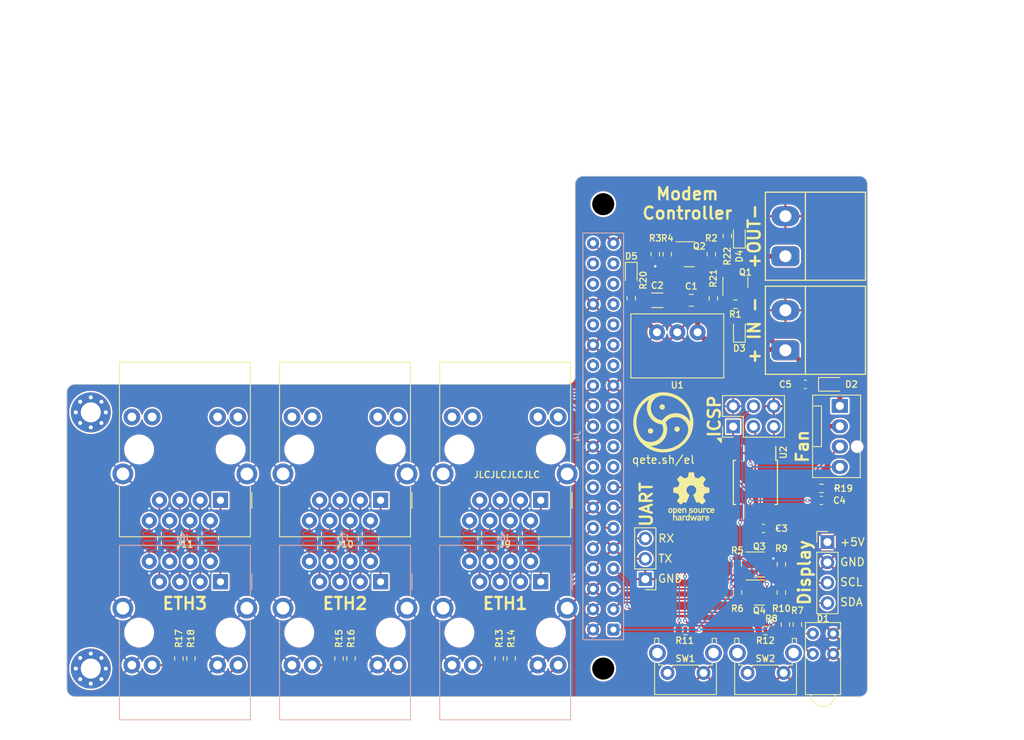
<source format=kicad_pcb>
(kicad_pcb (version 20221018) (generator pcbnew)
  (layers (0 "F.Cu" signal) (31 "B.Cu" signal) (34 "B.Paste" user) (35 "F.Paste" user) (36 "B.SilkS" user "B.Silkscreen") (37 "F.SilkS" user "F.Silkscreen") (38 "B.Mask" user) (39 "F.Mask" user) (44 "Edge.Cuts" user))
  (net 0 "")
  (net 1 "GND")
  (net 2 "+3V3")
  (net 3 "+5V")
  (net 4 "/SDA_3V3")
  (net 5 "/SCL_3V3")
  (net 6 "/ACT_LED")
  (net 7 "/SCL_5V")
  (net 8 "/SDA_5V")
  (net 9 "+12V")
  (net 10 "/Fan-Controller/Tacho")
  (net 11 "/TX")
  (net 12 "/ModemPower")
  (net 13 "/12Vout")
  (net 14 "/SW_Pi")
  (net 15 "/SW_Modem")
  (net 16 "/RX")
  (net 17 "/Fan-Controller/Reset")
  (net 18 "/Fan-Controller/PWM")
  (net 20 "/ETH1_8")
  (net 21 "/ETH1_7")
  (net 22 "/ETH1_6")
  (net 23 "/ETH1_5")
  (net 24 "/ETH1_4")
  (net 25 "/ETH1_3")
  (net 26 "/ETH1_2")
  (net 27 "/ETH1_1")
  (net 28 "/ETH2_8")
  (net 29 "/ETH2_7")
  (net 30 "/ETH2_6")
  (net 31 "/ETH2_5")
  (net 32 "/ETH2_4")
  (net 33 "/ETH2_3")
  (net 34 "/ETH2_2")
  (net 35 "/ETH2_1")
  (net 36 "/ETH3_8")
  (net 37 "/ETH3_7")
  (net 38 "/ETH3_6")
  (net 39 "/ETH3_5")
  (net 40 "/ETH3_4")
  (net 41 "/ETH3_3")
  (net 42 "/ETH3_2")
  (net 43 "/ETH3_1")
  (net 44 "/ETH1_LED2")
  (net 45 "/ETH1_LED1")
  (net 46 "/ETH2_LED2")
  (net 47 "/ETH3_LED2")
  (net 48 "/ETH2_LED1")
  (net 49 "/ETH3_LED1")
  (net 50 "Net-(D1-A2)")
  (net 51 "Net-(D1-A1)")
  (net 67 "Net-(J6-Pad12)")
  (net 68 "Net-(J6-Pad10)")
  (net 69 "Net-(J7-Pad12)")
  (net 70 "Net-(J7-Pad10)")
  (net 71 "Net-(J8-Pad12)")
  (net 72 "Net-(J8-Pad10)")
  (net 85 "Net-(Q1-G)")
  (net 86 "Net-(Q2-D)")
  (net 87 "Net-(D3-A)")
  (net 88 "Net-(D4-A)")
  (net 89 "Net-(D5-A)")
  (footprint "Resistor_SMD:R_0603_1608Metric" (layer "F.Cu") (at 185 141.75 180)
    (fp_text reference "R12")
    (fp_text value "10k")
  )
  (footprint "Capacitor_SMD:C_0805_2012Metric" (layer "F.Cu") (at 175.75 100.5 180)
    (fp_text reference "C1")
    (fp_text value "22uF")
  )
  (footprint "Resistor_SMD:R_0603_1608Metric" (layer "F.Cu") (at 131.75 145.25 -90)
    (fp_text reference "R15")
    (fp_text value "680R")
  )
  (footprint "Capacitor_SMD:C_0603_1608Metric" (layer "F.Cu") (at 184.75 129)
    (fp_text reference "C3")
    (fp_text value "100n")
  )
  (footprint "Resistor_SMD:R_0603_1608Metric" (layer "F.Cu") (at 181.25 101 180)
    (fp_text reference "R1")
    (fp_text value "100k")
  )
  (footprint "My_Footprints:CTB9352-2" (layer "F.Cu") (at 187.5 92.5 90)
    (fp_text reference "J2" hide)
    (fp_text value "12VOUT")
  )
  (footprint "Resistor_SMD:R_0603_1608Metric" (layer "F.Cu") (at 178.5 100.25 -90)
    (fp_text reference "R21")
    (fp_text value "4k7")
  )
  (footprint "LED_SMD:LED_0603_1608Metric" (layer "F.Cu") (at 181.75 92.5 90)
    (fp_text reference "D4")
    (fp_text value "12Vout")
  )
  (footprint "Resistor_SMD:R_0603_1608Metric" (layer "F.Cu") (at 133.25 145.25 -90)
    (fp_text reference "R16")
    (fp_text value "680R")
  )
  (footprint "MountingHole:MountingHole_2.5mm_Pad_Via" (layer "F.Cu") (at 100.75 146.5)
    (fp_text reference "REF**" hide)
    (fp_text value "MountingHole_2.5mm_Pad_Via")
  )
  (footprint "Resistor_SMD:R_0603_1608Metric" (layer "F.Cu") (at 187 133.485 -90)
    (fp_text reference "R9")
    (fp_text value "4k7")
  )
  (footprint "Resistor_SMD:R_0603_1608Metric" (layer "F.Cu") (at 181.5 133.5 -90)
    (fp_text reference "R5")
    (fp_text value "4k7")
  )
  (footprint "Resistor_SMD:R_0603_1608Metric" (layer "F.Cu") (at 175 141.75 180)
    (fp_text reference "R11")
    (fp_text value "10k")
  )
  (footprint "Resistor_SMD:R_0603_1608Metric" (layer "F.Cu") (at 151.75 145.25 -90)
    (fp_text reference "R13")
    (fp_text value "680R")
  )
  (footprint "My_Footprints:CTB9352-2" (layer "F.Cu") (at 187.5 104.25 90)
    (fp_text reference "J1" hide)
    (fp_text value "12VIN")
  )
  (footprint "Resistor_SMD:R_0603_1608Metric" (layer "F.Cu") (at 189 141 90)
    (fp_text reference "R7")
    (fp_text value "680R")
  )
  (footprint "Button_Switch_THT:SW_Tactile_SPST_Angled_PTS645Vx83-2LFS" (layer "F.Cu") (at 177.275 147.0375 180)
    (fp_text reference "SW1")
    (fp_text value "SW_Modem")
  )
  (footprint "Resistor_SMD:R_0603_1608Metric" (layer "F.Cu") (at 178.25 94.75 90)
    (fp_text reference "R2")
    (fp_text value "10k")
  )
  (footprint "MountingHole:MountingHole_2.5mm_Pad_Via" (layer "F.Cu") (at 100.75 114.5)
    (fp_text reference "REF**" hide)
    (fp_text value "MountingHole_2.5mm_Pad_Via")
  )
  (footprint "Resistor_SMD:R_0603_1608Metric" (layer "F.Cu") (at 113.25 145.25 -90)
    (fp_text reference "R18")
    (fp_text value "680R")
  )
  (footprint "Package_SO:SOIC-8W_5.3x5.3mm_P1.27mm" (layer "F.Cu") (at 183.75 123.25 -90)
    (fp_text reference "U2")
    (fp_text value "ATtiny85-20SU")
  )
  (footprint "My_Footprints:CutieMark7.5mmInverted" (layer "F.Cu") (at 172.25 115.75)
    (fp_text reference "G***" hide)
    (fp_text value "LOGO" hide)
  )
  (footprint "Resistor_SMD:R_0603_1608Metric" (layer "F.Cu") (at 181.52 137 -90)
    (fp_text reference "R6")
    (fp_text value "4k7")
  )
  (footprint "Resistor_SMD:R_0603_1608Metric" (layer "F.Cu") (at 153.25 145.25 -90)
    (fp_text reference "R14")
    (fp_text value "680R")
  )
  (footprint "Connector_RJ:RJ45C5_R1D_3.2E4G-Y_RL" (layer "F.Cu") (at 136.945 125.485 180)
    (fp_text reference "J10")
    (fp_text value "ETH2_INT")
  )
  (footprint "Resistor_SMD:R_0603_1608Metric" (layer "F.Cu") (at 171.25 94.75 90)
    (fp_text reference "R3")
    (fp_text value "100k")
  )
  (footprint "Resistor_SMD:R_0603_1608Metric" (layer "F.Cu") (at 172.75 94.75 -90)
    (fp_text reference "R4")
    (fp_text value "200k")
  )
  (footprint "My_Footprints:Everlight_Dual_LED_2x3mm" (layer "F.Cu") (at 192.2 149.75)
    (fp_text reference "D1")
    (fp_text value "DualLED")
  )
  (footprint "Connector_PinHeader_2.54mm:PinHeader_1x03_P2.54mm_Vertical" (layer "F.Cu") (at 170 135.33 180)
    (fp_text reference "J3" hide)
    (fp_text value "Serial")
  )
  (footprint "Capacitor_SMD:C_1206_3216Metric" (layer "F.Cu") (at 171.5 100.5)
    (fp_text reference "C2")
    (fp_text value "100uF")
  )
  (footprint "Resistor_SMD:R_0603_1608Metric" (layer "F.Cu") (at 111.75 145.25 -90)
    (fp_text reference "R17")
    (fp_text value "680R")
  )
  (footprint "Package_TO_SOT_SMD:SOT-23" (layer "F.Cu") (at 181.25 98.25 90)
    (fp_text reference "Q1")
    (fp_text value "AO3401A")
  )
  (footprint "Resistor_SMD:R_0603_1608Metric" (layer "F.Cu") (at 180.25 92.5 90)
    (fp_text reference "R22")
    (fp_text value "4k7")
  )
  (footprint "Resistor_SMD:R_0603_1608Metric" (layer "F.Cu") (at 192 124 180)
    (fp_text reference "R19")
    (fp_text value "4k7")
  )
  (footprint "Connector:FanPinHeader_1x04_P2.54mm_Vertical" (layer "F.Cu") (at 194.3 113.7 -90)
    (fp_text reference "M1" hide)
    (fp_text value "Fan")
  )
  (footprint "Button_Switch_THT:SW_Tactile_SPST_Angled_PTS645Vx83-2LFS" (layer "F.Cu") (at 187.275 147.0375 180)
    (fp_text reference "SW2")
    (fp_text value "SW_Pi")
  )
  (footprint "Resistor_SMD:R_0603_1608Metric" (layer "F.Cu") (at 187 137 -90)
    (fp_text reference "R10")
    (fp_text value "4k7")
  )
  (footprint "Capacitor_SMD:C_0603_1608Metric" (layer "F.Cu") (at 192 125.5)
    (fp_text reference "C4")
    (fp_text value "1n")
  )
  (footprint "LED_SMD:LED_0603_1608Metric" (layer "F.Cu") (at 168.25 97.25 -90)
    (fp_text reference "D5")
    (fp_text value "5V")
  )
  (footprint "Resistor_SMD:R_0603_1608Metric" (layer "F.Cu") (at 187.5 141 90)
    (fp_text reference "R8")
    (fp_text value "680R")
  )
  (footprint "Resistor_SMD:R_0603_1608Metric" (layer "F.Cu") (at 168.25 100.25 90)
    (fp_text reference "R20")
    (fp_text value "1k5")
  )
  (footprint "Connector_RJ:RJ45C5_R1D_3.2E4G-Y_RL" (layer "F.Cu") (at 116.945 125.485 180)
    (fp_text reference "J11")
    (fp_text value "ETH3_INT")
  )
  (footprint "Connector_PinHeader_2.54mm:PinHeader_1x04_P2.54mm_Vertical" (layer "F.Cu") (at 192.75 130.7)
    (fp_text reference "J5" hide)
    (fp_text value "Display")
  )
  (footprint "Diode_SMD:D_SOD-323" (layer "F.Cu") (at 193.25 111)
    (fp_text reference "D2")
    (fp_text value "1N5819WS")
  )
  (footprint "Connector_RJ:RJ45C5_R1D_3.2E4G-Y_RL" (layer "F.Cu") (at 156.945 125.485 180)
    (fp_text reference "J9")
    (fp_text value "ETH1_INT")
  )
  (footprint "Package_TO_SOT_SMD:SOT-23" (layer "F.Cu") (at 184.25 137)
    (fp_text reference "Q4")
    (fp_text value "2N7002")
  )
  (footprint "Symbol:OSHW-Logo_5.7x6mm_SilkScreen" (layer "F.Cu") (at 175.75 125)
    (fp_text reference "REF**" hide)
    (fp_text value "OSHW-Logo_5.7x6mm_SilkScreen" hide)
  )
  (footprint "Capacitor_SMD:C_0603_1608Metric" (layer "F.Cu") (at 190 111)
    (fp_text reference "C5")
    (fp_text value "10u")
  )
  (footprint "My_Footprints:Raspberry Pi Universal Footprint" (layer "F.Cu") (at 164.75 117.5 90)
    (fp_text reference "J4")
    (fp_text value "Raspberry_Pi_2_3")
  )
  (footprint "LED_SMD:LED_0603_1608Metric" (layer "F.Cu") (at 181.75 104.25 90)
    (fp_text reference "D3")
    (fp_text value "12in")
  )
  (footprint "Package_TO_SOT_SMD:SOT-23" (layer "F.Cu") (at 184.25 133.5)
    (fp_text reference "Q3")
    (fp_text value "2N7002")
  )
  (footprint "Connector_PinHeader_2.54mm:PinHeader_2x03_P2.54mm_Vertical" (layer "F.Cu") (at 180.975 116.275 90)
    (fp_text reference "J12" hide)
    (fp_text value "AVR-ISP-6")
  )
  (footprint "My_Footprints:LME78_1.0-Series" (layer "F.Cu") (at 174 104.5 180)
    (fp_text reference "U1")
    (fp_text value "LME78_05-2.0")
  )
  (footprint "Package_TO_SOT_SMD:SOT-23" (layer "F.Cu") (at 175.5 94.75)
    (fp_text reference "Q2")
    (fp_text value "2N7002")
  )
  (footprint "Connector_RJ:RJ45C5_R1D_3.2E4G-Y_RL" (layer "B.Cu") (at 116.945 135.655 180)
    (fp_text reference "J8")
    (fp_text value "ETH3_EXT")
  )
  (footprint "Connector_RJ:RJ45C5_R1D_3.2E4G-Y_RL" (layer "B.Cu") (at 136.945 135.655 180)
    (fp_text reference "J7")
    (fp_text value "ETH2_EXT")
  )
  (footprint "Connector_RJ:RJ45C5_R1D_3.2E4G-Y_RL" (layer "B.Cu") (at 156.945 135.655 180)
    (fp_text reference "J6")
    (fp_text value "ETH1_EXT")
  )
  (gr_poly (pts (xy 179.5 117.75) (xy 179 117.75) (xy 179.5 118.25)) (stroke (width 0.15)) (fill solid) (layer "F.SilkS"))
  (gr_arc (start 196.75 85) (mid 197.457107 85.292893) (end 197.75 86) (stroke (width 0.1)) (layer "Edge.Cuts"))
  (gr_arc (start 161.25 86) (mid 161.542893 85.292893) (end 162.25 85) (stroke (width 0.1)) (layer "Edge.Cuts"))
  (gr_line (start 196.75 85) (end 162.25 85) (stroke (width 0.1)) (layer "Edge.Cuts"))
  (gr_arc (start 97.75 112) (mid 98.042893 111.292893) (end 98.75 111) (stroke (width 0.1)) (layer "Edge.Cuts"))
  (gr_arc (start 98.75 150) (mid 98.042893 149.707107) (end 97.75 149) (stroke (width 0.1)) (layer "Edge.Cuts"))
  (gr_line (start 97.75 149) (end 97.75 112) (stroke (width 0.1)) (layer "Edge.Cuts"))
  (gr_line (start 196.75 150) (end 98.75 150) (stroke (width 0.1)) (layer "Edge.Cuts"))
  (gr_arc (start 161.25 110) (mid 160.957107 110.707107) (end 160.25 111) (stroke (width 0.1)) (layer "Edge.Cuts"))
  (gr_line (start 98.75 111) (end 160.25 111) (stroke (width 0.1)) (layer "Edge.Cuts"))
  (gr_line (start 161.25 86) (end 161.25 110) (stroke (width 0.1)) (layer "Edge.Cuts"))
  (gr_arc (start 197.75 149) (mid 197.457107 149.707107) (end 196.75 150) (stroke (width 0.1)) (layer "Edge.Cuts"))
  (gr_line (start 197.75 149) (end 197.75 86) (stroke (width 0.1)) (layer "Edge.Cuts"))
  (gr_text "ETH2" (at 132.5 139.25) (layer "F.SilkS") (effects (font (size 1.5 1.5) (thickness 0.3) bold) (justify bottom)))
  (gr_text "+OUT-" (at 184.48 92.52 90) (layer "F.SilkS") (effects (font (size 1.5 1.5) (thickness 0.3) bold) (justify bottom)))
  (gr_text "GND" (at 194.25 133.2) (layer "F.SilkS") (effects (font (size 1 1)) (justify left)))
  (gr_text "Fan" (at 190.5 118.75 90) (layer "F.SilkS") (effects (font (size 1.5 1.5) (thickness 0.3) bold) (justify bottom)))
  (gr_text "Modem\nController" (at 175.25 90.5) (layer "F.SilkS") (effects (font (size 1.5 1.5) (thickness 0.3) bold) (justify bottom)))
  (gr_text "GND" (at 171.5 135.26) (layer "F.SilkS") (effects (font (size 1 1)) (justify left)))
  (gr_text "qete.sh/el" (at 172.25 121) (layer "F.SilkS") (effects (font (size 1 1)) (justify bottom)))
  (gr_text "Display" (at 190.75 134.5 90) (layer "F.SilkS") (effects (font (size 1.5 1.5) (thickness 0.3) bold) (justify bottom)))
  (gr_text "SCL" (at 194.25 135.7) (layer "F.SilkS") (effects (font (size 1 1)) (justify left)))
  (gr_text "RX" (at 171.54 130.25) (layer "F.SilkS") (effects (font (size 1 1)) (justify left)))
  (gr_text "SDA" (at 194.25 138.2) (layer "F.SilkS") (effects (font (size 1 1)) (justify left)))
  (gr_text "+ IN -" (at 184.48 104.27 90) (layer "F.SilkS") (effects (font (size 1.5 1.5) (thickness 0.3) bold) (justify bottom)))
  (gr_text "JLCJLCJLCJLC" (at 148.5 122.75) (layer "F.SilkS") (effects (font (size 0.8 0.8)) (justify left bottom)))
  (gr_text "+5V" (at 194.25 130.7) (layer "F.SilkS") (effects (font (size 1 1)) (justify left)))
  (gr_text "UART" (at 171 126 90) (layer "F.SilkS") (effects (font (size 1.5 1.5) (thickness 0.3) bold) (justify bottom)))
  (gr_text "ETH1" (at 152.5 139.25) (layer "F.SilkS") (effects (font (size 1.5 1.5) (thickness 0.3) bold) (justify bottom)))
  (gr_text "ETH3" (at 112.5 139.25) (layer "F.SilkS") (effects (font (size 1.5 1.5) (thickness 0.3) bold) (justify bottom)))
  (gr_text "ICSP" (at 179.5 115 90) (layer "F.SilkS") (effects (font (size 1.5 1.5) (thickness 0.3) bold) (justify bottom)))
  (gr_text "TX" (at 171.54 132.76) (layer "F.SilkS") (effects (font (size 1 1)) (justify left)))
  (segment (start 194.3 113.7) (end 194.3 111) (width 0.6) (layer "F.Cu") (net 1))
  (via (at 108.05 134.6) (size 0.5) (drill 0.3) (layers "F.Cu" "B.Cu") (net 1))
  (via (at 148.65 129.35) (size 0.5) (drill 0.3) (layers "F.Cu" "B.Cu") (net 1))
  (via (at 150.6 126.5) (size 0.5) (drill 0.3) (layers "F.Cu" "B.Cu") (net 1))
  (via (at 132.55 131.75) (size 0.5) (drill 0.3) (layers "F.Cu" "B.Cu") (net 1))
  (via (at 108.65 129.35) (size 0.5) (drill 0.3) (layers "F.Cu" "B.Cu") (net 1))
  (via (at 135.55 126.5) (size 0.5) (drill 0.3) (layers "F.Cu" "B.Cu") (net 1))
  (via (at 155.55 134.6) (size 0.5) (drill 0.3) (layers "F.Cu" "B.Cu") (net 1))
  (via (at 127.5 131.75) (size 0.5) (drill 0.3) (layers "F.Cu" "B.Cu") (net 1))
  (via (at 155.1 131.7) (size 0.5) (drill 0.3) (layers "F.Cu" "B.Cu") (net 1))
  (via (at 148.05 134.6) (size 0.5) (drill 0.3) (layers "F.Cu" "B.Cu") (net 1))
  (via (at 155.55 126.5) (size 0.5) (drill 0.3) (layers "F.Cu" "B.Cu") (net 1))
  (via (at 115.55 126.5) (size 0.5) (drill 0.3) (layers "F.Cu" "B.Cu") (net 1))
  (via (at 133.7 129.35) (size 0.5) (drill 0.3) (layers "F.Cu" "B.Cu") (net 1))
  (via (at 112.55 131.75) (size 0.5) (drill 0.3) (layers "F.Cu" "B.Cu") (net 1))
  (via (at 116.25 129.35) (size 0.5) (drill 0.3) (layers "F.Cu" "B.Cu") (net 1))
  (via (at 107.5 131.75) (size 0.5) (drill 0.3) (layers "F.Cu" "B.Cu") (net 1))
  (via (at 113.15 126.5) (size 0.5) (drill 0.3) (layers "F.Cu" "B.Cu") (net 1))
  (via (at 153.15 134.6) (size 0.5) (drill 0.3) (layers "F.Cu" "B.Cu") (net 1))
  (via (at 156.25 129.35) (size 0.5) (drill 0.3) (layers "F.Cu" "B.Cu") (net 1))
  (via (at 110 131.75) (size 0.5) (drill 0.3) (layers "F.Cu" "B.Cu") (net 1))
  (via (at 147.5 131.7) (size 0.5) (drill 0.3) (layers "F.Cu" "B.Cu") (net 1))
  (via (at 133.15 134.6) (size 0.5) (drill 0.3) (layers "F.Cu" "B.Cu") (net 1))
  (via (at 151.15 129.35) (size 0.5) (drill 0.3) (layers "F.Cu" "B.Cu") (net 1))
  (via (at 153.7 129.35) (size 0.5) (drill 0.3) (layers "F.Cu" "B.Cu") (net 1))
  (via (at 153.15 126.5) (size 0.5) (drill 0.3) (layers "F.Cu" "B.Cu") (net 1))
  (via (at 136.25 129.35) (size 0.5) (drill 0.3) (layers "F.Cu" "B.Cu") (net 1))
  (via (at 128.05 126.5) (size 0.5) (drill 0.3) (layers "F.Cu" "B.Cu") (net 1))
  (via (at 150 131.7) (size 0.5) (drill 0.3) (layers "F.Cu" "B.Cu") (net 1))
  (via (at 115.1 131.75) (size 0.5) (drill 0.3) (layers "F.Cu" "B.Cu") (net 1))
  (via (at 111.15 129.35) (size 0.5) (drill 0.3) (layers "F.Cu" "B.Cu") (net 1))
  (via (at 108.05 126.5) (size 0.5) (drill 0.3) (layers "F.Cu" "B.Cu") (net 1))
  (via (at 152.55 131.7) (size 0.5) (drill 0.3) (layers "F.Cu" "B.Cu") (net 1))
  (via (at 128.05 134.6) (size 0.5) (drill 0.3) (layers "F.Cu" "B.Cu") (net 1))
  (via (at 115.55 134.6) (size 0.5) (drill 0.3) (layers "F.Cu" "B.Cu") (net 1))
  (via (at 131.15 129.35) (size 0.5) (drill 0.3) (layers "F.Cu" "B.Cu") (net 1))
  (via (at 135.1 131.75) (size 0.5) (drill 0.3) (layers "F.Cu" "B.Cu") (net 1))
  (via (at 113.7 129.35) (size 0.5) (drill 0.3) (layers "F.Cu" "B.Cu") (net 1))
  (via (at 110.6 126.5) (size 0.5) (drill 0.3) (layers "F.Cu" "B.Cu") (net 1))
  (via (at 133.15 126.5) (size 0.5) (drill 0.3) (layers "F.Cu" "B.Cu") (net 1))
  (via (at 135.55 134.6) (size 0.5) (drill 0.3) (layers "F.Cu" "B.Cu") (net 1))
  (via (at 110.6 134.6) (size 0.5) (drill 0.3) (layers "F.Cu" "B.Cu") (net 1))
  (via (at 150.6 134.6) (size 0.5) (drill 0.3) (layers "F.Cu" "B.Cu") (net 1))
  (via (at 130 131.75) (size 0.5) (drill 0.3) (layers "F.Cu" "B.Cu") (net 1))
  (via (at 130.6 126.5) (size 0.5) (drill 0.3) (layers "F.Cu" "B.Cu") (net 1))
  (via (at 148.05 126.5) (size 0.5) (drill 0.3) (layers "F.Cu" "B.Cu") (net 1))
  (via (at 130.6 134.6) (size 0.5) (drill 0.3) (layers "F.Cu" "B.Cu") (net 1))
  (via (at 113.15 134.6) (size 0.5) (drill 0.3) (layers "F.Cu" "B.Cu") (net 1))
  (via (at 128.65 129.35) (size 0.5) (drill 0.3) (layers "F.Cu" "B.Cu") (net 1))
  (segment (start 181.645 136.05) (end 181.52 136.175) (width 0.2) (layer "F.Cu") (net 2))
  (segment (start 180.75 136.25) (end 181.445 136.25) (width 0.25) (layer "F.Cu") (net 2))
  (segment (start 186.925 140.75) (end 187.5 140.175) (width 0.25) (layer "F.Cu") (net 2))
  (segment (start 183.3125 136.05) (end 181.645 136.05) (width 0.2) (layer "F.Cu") (net 2))
  (segment (start 180.75 132.75) (end 181.425 132.75) (width 0.25) (layer "F.Cu") (net 2))
  (segment (start 181.425 132.75) (end 181.5 132.675) (width 0.25) (layer "F.Cu") (net 2))
  (segment (start 185.75 140.75) (end 186.925 140.75) (width 0.25) (layer "F.Cu") (net 2))
  (segment (start 185.75 140.75) (end 185.75 141.675) (width 0.25) (layer "F.Cu") (net 2))
  (segment (start 181.445 136.25) (end 181.52 136.175) (width 0.25) (layer "F.Cu") (net 2))
  (segment (start 183.3125 132.55) (end 181.625 132.55) (width 0.2) (layer "F.Cu") (net 2))
  (segment (start 175.825 141.75) (end 176.63 141.75) (width 0.25) (layer "F.Cu") (net 2))
  (segment (start 176.63 141.75) (end 176.75 141.63) (width 0.25) (layer "F.Cu") (net 2))
  (segment (start 181.625 132.55) (end 181.5 132.675) (width 0.2) (layer "F.Cu") (net 2))
  (segment (start 185.75 141.675) (end 185.825 141.75) (width 0.25) (layer "F.Cu") (net 2))
  (via (at 180.75 132.75) (size 0.5) (drill 0.3) (layers "F.Cu" "B.Cu") (net 2))
  (via (at 185.75 140.75) (size 0.5) (drill 0.3) (layers "F.Cu" "B.Cu") (net 2))
  (via (at 180.75 136.25) (size 0.5) (drill 0.3) (layers "F.Cu" "B.Cu") (net 2))
  (via (at 176.75 141.63) (size 0.5) (drill 0.3) (layers "F.Cu" "B.Cu") (net 2))
  (segment (start 180.75 137.25) (end 180.75 136.25) (width 0.25) (layer "B.Cu") (net 2))
  (segment (start 180.75 136.25) (end 180.75 132.75) (width 0.25) (layer "B.Cu") (net 2))
  (segment (start 184.87 141.63) (end 176.75 141.63) (width 0.25) (layer "B.Cu") (net 2))
  (segment (start 185.75 140.75) (end 184.87 141.63) (width 0.25) (layer "B.Cu") (net 2))
  (segment (start 166.02 141.63) (end 176.75 141.63) (width 0.25) (layer "B.Cu") (net 2))
  (segment (start 176.75 141.63) (end 176.75 141.25) (width 0.25) (layer "B.Cu") (net 2))
  (segment (start 176.75 141.25) (end 180.75 137.25) (width 0.25) (layer "B.Cu") (net 2))
  (segment (start 192.825 124) (end 193.75 124) (width 0.2) (layer "F.Cu") (net 3))
  (segment (start 170.025 100.5) (end 170.025 103.065) (width 0.6) (layer "F.Cu") (net 3))
  (segment (start 171.25 95.575) (end 171.25 96.25) (width 0.2) (layer "F.Cu") (net 3))
  (segment (start 185.525 129) (end 186.5 129) (width 0.25) (layer "F.Cu") (net 3))
  (segment (start 185.655 128.87) (end 185.525 129) (width 0.25) (layer "F.Cu") (net 3))
  (segment (start 187 132.66) (end 186.09 132.66) (width 0.2) (layer "F.Cu") (net 3))
  (segment (start 168.825 100.5) (end 168.25 101.075) (width 0.2) (layer "F.Cu") (net 3))
  (segment (start 186.09 132.66) (end 186 132.75) (width 0.2) (layer "F.Cu") (net 3))
  (segment (start 185.655 126.9) (end 185.655 128.87) (width 0.25) (layer "F.Cu") (net 3))
  (segment (start 186.175 136.175) (end 186 136) (width 0.2) (layer "F.Cu") (net 3))
  (segment (start 170.025 100.5) (end 168.825 100.5) (width 0.2) (layer "F.Cu") (net 3))
  (segment (start 170.025 103.065) (end 171.46 104.5) (width 0.6) (layer "F.Cu") (net 3))
  (segment (start 187 136.175) (end 186.175 136.175) (width 0.2) (layer "F.Cu") (net 3))
  (via (at 186 136) (size 0.5) (drill 0.3) (layers "F.Cu" "B.Cu") (net 3))
  (via (at 186 132.75) (size 0.5) (drill 0.3) (layers "F.Cu" "B.Cu") (net 3))
  (via (at 193.75 124) (size 0.5) (drill 0.3) (layers "F.Cu" "B.Cu") (net 3))
  (via (at 186.5 129) (size 0.5) (drill 0.3) (layers "F.Cu" "B.Cu") (net 3))
  (via (at 171.25 96.25) (size 0.5) (drill 0.3) (layers "F.Cu" "B.Cu") (net 3))
  (segment (start 183.3125 137.95) (end 181.645 137.95) (width 0.2) (layer "F.Cu") (net 4))
  (segment (start 167.285 137.825) (end 181.52 137.825) (width 0.2) (layer "F.Cu") (net 4))
  (segment (start 166.02 139.09) (end 167.285 137.825) (width 0.2) (layer "F.Cu") (net 4))
  (segment (start 181.645 137.95) (end 181.52 137.825) (width 0.2) (layer "F.Cu") (net 4))
  (segment (start 179.275 136.55) (end 181.5 134.325) (width 0.2) (layer "F.Cu") (net 5))
  (segment (start 181.625 134.45) (end 181.5 134.325) (width 0.2) (layer "F.Cu") (net 5))
  (segment (start 166.02 136.55) (end 179.275 136.55) (width 0.2) (layer "F.Cu") (net 5))
  (segment (start 183.3125 134.45) (end 181.625 134.45) (width 0.2) (layer "F.Cu") (net 5))
  (segment (start 167.75 138.75) (end 168.475 139.475) (width 0.2) (layer "F.Cu") (net 6))
  (segment (start 188.3 139.475) (end 189 140.175) (width 0.2) (layer "F.Cu") (net 6))
  (segment (start 168.475 139.475) (end 188.3 139.475) (width 0.2) (layer "F.Cu") (net 6))
  (via (at 167.75 138.75) (size 0.5) (drill 0.3) (layers "F.Cu" "B.Cu") (net 6))
  (segment (start 167.75 135.74) (end 166.02 134.01) (width 0.2) (layer "B.Cu") (net 6))
  (segment (start 167.75 138.75) (end 167.75 135.74) (width 0.2) (layer "B.Cu") (net 6))
  (segment (start 185.75 133.5) (end 186.56 134.31) (width 0.2) (layer "F.Cu") (net 7))
  (segment (start 184.385 123.635) (end 183.74 122.99) (width 0.2) (layer "F.Cu") (net 7))
  (segment (start 185.1875 133.5) (end 185.75 133.5) (width 0.2) (layer "F.Cu") (net 7))
  (segment (start 187 134.31) (end 188.47 135.78) (width 0.2) (layer "F.Cu") (net 7))
  (segment (start 183.74 116.5) (end 183.515 116.275) (width 0.2) (layer "F.Cu") (net 7))
  (segment (start 184.75 128.2575) (end 184.75 129.75) (width 0.2) (layer "F.Cu") (net 7))
  (segment (start 184.385 126.9) (end 184.385 127.8925) (width 0.2) (layer "F.Cu") (net 7))
  (segment (start 184.75 129.75) (end 184.75 132.5) (width 0.2) (layer "F.Cu") (net 7))
  (segment (start 187 134.31) (end 187.03 134.28) (width 0.2) (layer "F.Cu") (net 7))
  (segment (start 184.75 132.5) (end 185.1875 132.9375) (width 0.2) (layer "F.Cu") (net 7))
  (segment (start 184.385 126.9) (end 184.385 123.635) (width 0.2) (layer "F.Cu") (net 7))
  (segment (start 185.1875 132.9375) (end 185.1875 133.5) (width 0.2) (layer "F.Cu") (net 7))
  (segment (start 188.47 135.78) (end 192.75 135.78) (width 0.2) (layer "F.Cu") (net 7))
  (segment (start 184.385 127.8925) (end 184.75 128.2575) (width 0.2) (layer "F.Cu") (net 7))
  (segment (start 186.56 134.31) (end 187 134.31) (width 0.2) (layer "F.Cu") (net 7))
  (segment (start 183.74 122.99) (end 183.74 116.5) (width 0.2) (layer "F.Cu") (net 7))
  (segment (start 181.845 126.9) (end 181.845 128.25) (width 0.2) (layer "F.Cu") (net 8))
  (segment (start 187 137.825) (end 187.495 138.32) (width 0.2) (layer "F.Cu") (net 8))
  (segment (start 185.1875 137) (end 185.7125 137) (width 0.2) (layer "F.Cu") (net 8))
  (segment (start 185.1875 137) (end 185.1875 135.9375) (width 0.2) (layer "F.Cu") (net 8))
  (segment (start 187.495 138.32) (end 192.75 138.32) (width 0.2) (layer "F.Cu") (net 8))
  (segment (start 185.7125 137) (end 186.5375 137.825) (width 0.2) (layer "F.Cu") (net 8))
  (segment (start 186.5375 137.825) (end 187 137.825) (width 0.2) (layer "F.Cu") (net 8))
  (via (at 181.845 128.25) (size 0.5) (drill 0.3) (layers "F.Cu" "B.Cu") (net 8))
  (via (at 185.1875 135.9375) (size 0.5) (drill 0.3) (layers "F.Cu" "B.Cu") (net 8))
  (segment (start 181.845 132.595) (end 185.1875 135.9375) (width 0.2) (layer "B.Cu") (net 8))
  (segment (start 182.125 127.97) (end 182.125 115.125) (width 0.2) (layer "B.Cu") (net 8))
  (segment (start 182.125 115.125) (end 183.515 113.735) (width 0.2) (layer "B.Cu") (net 8))
  (segment (start 181.845 128.25) (end 181.845 132.595) (width 0.2) (layer "B.Cu") (net 8))
  (segment (start 181.845 128.25) (end 182.125 127.97) (width 0.2) (layer "B.Cu") (net 8))
  (segment (start 178.69 106.65) (end 176.54 104.5) (width 0.6) (layer "F.Cu") (net 9))
  (segment (start 178.5 99.425) (end 177.775 99.425) (width 0.2) (layer "F.Cu") (net 9))
  (segment (start 192.2 111) (end 190.775 111) (width 0.6) (layer "F.Cu") (net 9))
  (segment (start 187.4 106.65) (end 178.69 106.65) (width 0.6) (layer "F.Cu") (net 9))
  (segment (start 182.2 99.1875) (end 182.2 100.875) (width 0.6) (layer "F.Cu") (net 9))
  (segment (start 187 106.75) (end 182.075 101.825) (width 0.6) (layer "F.Cu") (net 9))
  (segment (start 190.775 109.525) (end 188 106.75) (width 0.6) (layer "F.Cu") (net 9))
  (segment (start 187.5 106.75) (end 187 106.75) (width 0.6) (layer "F.Cu") (net 9))
  (segment (start 194.3 116.24) (end 192.99 116.24) (width 0.6) (layer "F.Cu") (net 9))
  (segment (start 176.54 104.5) (end 176.54 100.66) (width 0.6) (layer "F.Cu") (net 9))
  (segment (start 176.54 100.66) (end 176.7 100.5) (width 0.6) (layer "F.Cu") (net 9))
  (segment (start 192.99 116.24) (end 192.2 115.45) (width 0.6) (layer "F.Cu") (net 9))
  (segment (start 182.075 101.825) (end 182.075 101) (width 0.6) (layer "F.Cu") (net 9))
  (segment (start 177.775 99.425) (end 176.7 100.5) (width 0.2) (layer "F.Cu") (net 9))
  (segment (start 192.2 115.45) (end 192.2 111) (width 0.6) (layer "F.Cu") (net 9))
  (segment (start 187.5 106.75) (end 187.4 106.65) (width 0.6) (layer "F.Cu") (net 9))
  (segment (start 188 106.75) (end 187.5 106.75) (width 0.6) (layer "F.Cu") (net 9))
  (segment (start 190.775 111) (end 190.775 109.525) (width 0.6) (layer "F.Cu") (net 9))
  (segment (start 182.2 100.875) (end 182.075 101) (width 0.6) (layer "F.Cu") (net 9))
  (segment (start 183.115 125.615) (end 183.115 126.9) (width 0.2) (layer "F.Cu") (net 10))
  (segment (start 180.975 122.475) (end 180.975 116.275) (width 0.2) (layer "F.Cu") (net 10))
  (segment (start 183.115 125.615) (end 183.115 124.615) (width 0.2) (layer "F.Cu") (net 10))
  (segment (start 191.175 124) (end 191.175 121.905) (width 0.2) (layer "F.Cu") (net 10))
  (segment (start 191.175 121.905) (end 194.3 118.78) (width 0.2) (layer "F.Cu") (net 10))
  (segment (start 191.225 125.5) (end 191.225 124.05) (width 0.2) (layer "F.Cu") (net 10))
  (segment (start 191.225 124.05) (end 191.175 124) (width 0.2) (layer "F.Cu") (net 10))
  (segment (start 190.25 125.5) (end 191.225 125.5) (width 0.2) (layer "F.Cu") (net 10))
  (segment (start 183.115 124.615) (end 180.975 122.475) (width 0.2) (layer "F.Cu") (net 10))
  (via (at 183.115 125.615) (size 0.5) (drill 0.3) (layers "F.Cu" "B.Cu") (net 10))
  (via (at 190.25 125.5) (size 0.5) (drill 0.3) (layers "F.Cu" "B.Cu") (net 10))
  (segment (start 183.23 125.5) (end 190.25 125.5) (width 0.2) (layer "B.Cu") (net 10))
  (segment (start 183.115 125.615) (end 183.23 125.5) (width 0.2) (layer "B.Cu") (net 10))
  (segment (start 164.7 132.79) (end 170 132.79) (width 0.2) (layer "F.Cu") (net 11))
  (segment (start 163.48 134.01) (end 164.7 132.79) (width 0.2) (layer "F.Cu") (net 11))
  (segment (start 172.875 93.8) (end 172.75 93.925) (width 0.2) (layer "F.Cu") (net 12))
  (segment (start 164.542 94.432) (end 170.743 94.432) (width 0.2) (layer "F.Cu") (net 12))
  (segment (start 172.75 93.925) (end 171.25 93.925) (width 0.2) (layer "F.Cu") (net 12))
  (segment (start 174.5625 93.8) (end 172.875 93.8) (width 0.2) (layer "F.Cu") (net 12))
  (segment (start 163.48 93.37) (end 164.542 94.432) (width 0.2) (layer "F.Cu") (net 12))
  (segment (start 170.743 94.432) (end 171.25 93.925) (width 0.2) (layer "F.Cu") (net 12))
  (segment (start 181.25 96) (end 181.25 97.3125) (width 0.6) (layer "F.Cu") (net 13))
  (segment (start 187.5 95) (end 182.25 95) (width 0.6) (layer "F.Cu") (net 13))
  (segment (start 180.25 94) (end 181.75 95.5) (width 0.2) (layer "F.Cu") (net 13))
  (segment (start 181.75 95.5) (end 181.25 96) (width 0.6) (layer "F.Cu") (net 13))
  (segment (start 182.25 95) (end 181.75 95.5) (width 0.6) (layer "F.Cu") (net 13))
  (segment (start 180.25 93.325) (end 180.25 94) (width 0.2) (layer "F.Cu") (net 13))
  (segment (start 184.175 145.6375) (end 182.775 147.0375) (width 0.2) (layer "F.Cu") (net 14))
  (segment (start 174.949503 140.5) (end 175.199503 140.75) (width 0.2) (layer "F.Cu") (net 14))
  (segment (start 174.949503 135) (end 174.949503 129.883817) (width 0.2) (layer "F.Cu") (net 14))
  (segment (start 168.915686 123.85) (end 166.02 123.85) (width 0.2) (layer "F.Cu") (net 14))
  (segment (start 183.175 140.75) (end 184.175 141.75) (width 0.2) (layer "F.Cu") (net 14))
  (segment (start 174.949503 129.883817) (end 168.915686 123.85) (width 0.2) (layer "F.Cu") (net 14))
  (segment (start 175.199503 140.75) (end 183.175 140.75) (width 0.2) (layer "F.Cu") (net 14))
  (segment (start 184.175 141.75) (end 184.175 145.6375) (width 0.2) (layer "F.Cu") (net 14))
  (via (at 174.949503 140.5) (size 0.5) (drill 0.3) (layers "F.Cu" "B.Cu") (net 14))
  (via (at 174.949503 135) (size 0.5) (drill 0.3) (layers "F.Cu" "B.Cu") (net 14))
  (segment (start 174.949503 140.5) (end 174.949503 135) (width 0.2) (layer "B.Cu") (net 14))
  (segment (start 170.89 126.39) (end 166.02 126.39) (width 0.2) (layer "F.Cu") (net 15))
  (segment (start 174.25 135) (end 174.25 129.75) (width 0.2) (layer "F.Cu") (net 15))
  (segment (start 174.25 140.5) (end 174.25 141.675) (width 0.2) (layer "F.Cu") (net 15))
  (segment (start 174.175 141.75) (end 174.175 145.6375) (width 0.2) (layer "F.Cu") (net 15))
  (segment (start 174.25 141.675) (end 174.175 141.75) (width 0.2) (layer "F.Cu") (net 15))
  (segment (start 174.25 129.75) (end 170.89 126.39) (width 0.2) (layer "F.Cu") (net 15))
  (segment (start 174.175 145.6375) (end 172.775 147.0375) (width 0.2) (layer "F.Cu") (net 15))
  (via (at 174.25 140.5) (size 0.5) (drill 0.3) (layers "F.Cu" "B.Cu") (net 15))
  (via (at 174.25 135) (size 0.5) (drill 0.3) (layers "F.Cu" "B.Cu") (net 15))
  (segment (start 174.25 135) (end 174.25 140.5) (width 0.2) (layer "B.Cu") (net 15))
  (segment (start 163.48 131.47) (end 164.7 130.25) (width 0.2) (layer "F.Cu") (net 16))
  (segment (start 164.7 130.25) (end 170 130.25) (width 0.2) (layer "F.Cu") (net 16))
  (segment (start 185.655 119.6) (end 185.655 117.845) (width 0.2) (layer "F.Cu") (net 17))
  (segment (start 186.055 117.445) (end 186.055 116.275) (width 0.2) (layer "F.Cu") (net 17))
  (segment (start 185.655 117.845) (end 186.055 117.445) (width 0.2) (layer "F.Cu") (net 17))
  (segment (start 183.115 119.6) (end 183.115 120.885) (width 0.2) (layer "F.Cu") (net 18))
  (via (at 183.115 120.885) (size 0.5) (drill 0.3) (layers "F.Cu" "B.Cu") (net 18))
  (segment (start 183.55 121.32) (end 194.3 121.32) (width 0.2) (layer "B.Cu") (net 18))
  (segment (start 183.115 120.885) (end 183.55 121.32) (width 0.2) (layer "B.Cu") (net 18))
  (segment (start 147.559049 129.9) (end 147.755 129.9) (width 0.2) (layer "B.Cu") (net 20))
  (segment (start 148.055 131.1) (end 148.550949 131.1) (width 0.2) (layer "B.Cu") (net 20))
  (segment (start 148.055 132) (end 148.055 132.540532) (width 0.2) (layer "B.Cu") (net 20))
  (segment (start 148.55095 130.5) (end 148.055 130.5) (width 0.2) (layer "B.Cu") (net 20))
  (segment (start 148.550949 131.7) (end 148.355 131.7) (width 0.2) (layer "B.Cu") (net 20))
  (segment (start 148.055 132.540532) (end 148.055 133.115) (width 0.2) (layer "B.Cu") (net 20))
  (segment (start 148.055 130.5) (end 147.559048 130.5) (width 0.2) (layer "B.Cu") (net 20))
  (segment (start 147.559048 131.1) (end 148.055 131.1) (width 0.2) (layer "B.Cu") (net 20))
  (segment (start 147.755 129.3) (end 147.559049 129.3) (width 0.2) (layer "B.Cu") (net 20))
  (segment (start 148.055 128.025) (end 148.055 129) (width 0.2) (layer "B.Cu") (net 20))
  (segment (start 147.755 129.9) (end 148.55095 129.9) (width 0.2) (layer "B.Cu") (net 20))
  (arc (start 148.55095 129.9) (mid 148.763082 129.987868) (end 148.85095 130.2) (width 0.2) (layer "B.Cu") (net 20))
  (arc (start 148.550949 131.1) (mid 148.763081 131.187868) (end 148.850949 131.4) (width 0.2) (layer "B.Cu") (net 20))
  (arc (start 148.055 129) (mid 147.967132 129.212132) (end 147.755 129.3) (width 0.2) (layer "B.Cu") (net 20))
  (arc (start 148.85095 130.2) (mid 148.763082 130.412132) (end 148.55095 130.5) (width 0.2) (layer "B.Cu") (net 20))
  (arc (start 148.355 131.7) (mid 148.142868 131.787868) (end 148.055 132) (width 0.2) (layer "B.Cu") (net 20))
  (arc (start 147.559048 130.5) (mid 147.346916 130.587868) (end 147.259048 130.8) (width 0.2) (layer "B.Cu") (net 20))
  (arc (start 148.850949 131.4) (mid 148.763081 131.612132) (end 148.550949 131.7) (width 0.2) (layer "B.Cu") (net 20))
  (arc (start 147.259048 130.8) (mid 147.346916 131.012132) (end 147.559048 131.1) (width 0.2) (layer "B.Cu") (net 20))
  (arc (start 147.259049 129.6) (mid 147.346917 129.812132) (end 147.559049 129.9) (width 0.2) (layer "B.Cu") (net 20))
  (arc (start 147.559049 129.3) (mid 147.346917 129.387868) (end 147.259049 129.6) (width 0.2) (layer "B.Cu") (net 20))
  (segment (start 149.325 125.485) (end 149.325 135.655) (width 0.2) (layer "F.Cu") (net 21))
  (segment (start 150.595 132.47238) (end 150.595 133.115) (width 0.2) (layer "B.Cu") (net 22))
  (segment (start 150.099049 129.9) (end 150.295 129.9) (width 0.2) (layer "B.Cu") (net 22))
  (segment (start 150.295 129.9) (end 151.09095 129.9) (width 0.2) (layer "B.Cu") (net 22))
  (segment (start 151.090949 131.7) (end 150.895 131.7) (width 0.2) (layer "B.Cu") (net 22))
  (segment (start 150.595 128.025) (end 150.595 129) (width 0.2) (layer "B.Cu") (net 22))
  (segment (start 150.595 130.5) (end 150.099048 130.5) (width 0.2) (layer "B.Cu") (net 22))
  (segment (start 150.099048 131.1) (end 150.595 131.1) (width 0.2) (layer "B.Cu") (net 22))
  (segment (start 151.09095 130.5) (end 150.595 130.5) (width 0.2) (layer "B.Cu") (net 22))
  (segment (start 150.595 131.1) (end 151.090949 131.1) (width 0.2) (layer "B.Cu") (net 22))
  (segment (start 150.295 129.3) (end 150.099049 129.3) (width 0.2) (layer "B.Cu") (net 22))
  (segment (start 150.595 132) (end 150.595 132.47238) (width 0.2) (layer "B.Cu") (net 22))
  (arc (start 150.099048 130.5) (mid 149.886916 130.587868) (end 149.799048 130.8) (width 0.2) (layer "B.Cu") (net 22))
  (arc (start 150.595 129) (mid 150.507132 129.212132) (end 150.295 129.3) (width 0.2) (layer "B.Cu") (net 22))
  (arc (start 151.090949 131.1) (mid 151.303081 131.187868) (end 151.390949 131.4) (width 0.2) (layer "B.Cu") (net 22))
  (arc (start 150.895 131.7) (mid 150.682868 131.787868) (end 150.595 132) (width 0.2) (layer "B.Cu") (net 22))
  (arc (start 151.390949 131.4) (mid 151.303081 131.612132) (end 151.090949 131.7) (width 0.2) (layer "B.Cu") (net 22))
  (arc (start 150.099049 129.3) (mid 149.886917 129.387868) (end 149.799049 129.6) (width 0.2) (layer "B.Cu") (net 22))
  (arc (start 149.799048 130.8) (mid 149.886916 131.012132) (end 150.099048 131.1) (width 0.2) (layer "B.Cu") (net 22))
  (arc (start 151.09095 129.9) (mid 151.303082 129.987868) (end 151.39095 130.2) (width 0.2) (layer "B.Cu") (net 22))
  (arc (start 151.39095 130.2) (mid 151.303082 130.412132) (end 151.09095 130.5) (width 0.2) (layer "B.Cu") (net 22))
  (arc (start 149.799049 129.6) (mid 149.886917 129.812132) (end 150.099049 129.9) (width 0.2) (layer "B.Cu") (net 22))
  (segment (start 151.865 125.485) (end 151.865 135.655) (width 0.2) (layer "F.Cu") (net 23))
  (segment (start 153.63095 130.546) (end 153.135 130.546) (width 0.2) (layer "B.Cu") (net 24))
  (segment (start 153.135 128.025) (end 153.135 129.046) (width 0.2) (layer "B.Cu") (net 24))
  (segment (start 152.835 129.346) (end 152.639049 129.346) (width 0.2) (layer "B.Cu") (net 24))
  (segment (start 152.639048 131.146) (end 153.135 131.146) (width 0.2) (layer "B.Cu") (net 24))
  (segment (start 153.135 132.046) (end 153.135 132.605455) (width 0.2) (layer "B.Cu") (net 24))
  (segment (start 153.630949 131.746) (end 153.435 131.746) (width 0.2) (layer "B.Cu") (net 24))
  (segment (start 153.135 130.546) (end 152.639048 130.546) (width 0.2) (layer "B.Cu") (net 24))
  (segment (start 153.135 131.146) (end 153.630949 131.146) (width 0.2) (layer "B.Cu") (net 24))
  (segment (start 152.835 129.946) (end 153.63095 129.946) (width 0.2) (layer "B.Cu") (net 24))
  (segment (start 153.135 132.605455) (end 153.135 133.115) (width 0.2) (layer "B.Cu") (net 24))
  (segment (start 152.639049 129.946) (end 152.835 129.946) (width 0.2) (layer "B.Cu") (net 24))
  (arc (start 153.435 131.746) (mid 153.222868 131.833868) (end 153.135 132.046) (width 0.2) (layer "B.Cu") (net 24))
  (arc (start 152.639049 129.346) (mid 152.426917 129.433868) (end 152.339049 129.646) (width 0.2) (layer "B.Cu") (net 24))
  (arc (start 153.930949 131.446) (mid 153.843081 131.658132) (end 153.630949 131.746) (width 0.2) (layer "B.Cu") (net 24))
  (arc (start 153.93095 130.246) (mid 153.843082 130.458132) (end 153.63095 130.546) (width 0.2) (layer "B.Cu") (net 24))
  (arc (start 153.63095 129.946) (mid 153.843082 130.033868) (end 153.93095 130.246) (width 0.2) (layer "B.Cu") (net 24))
  (arc (start 152.639048 130.546) (mid 152.426916 130.633868) (end 152.339048 130.846) (width 0.2) (layer "B.Cu") (net 24))
  (arc (start 152.339049 129.646) (mid 152.426917 129.858132) (end 152.639049 129.946) (width 0.2) (layer "B.Cu") (net 24))
  (arc (start 153.630949 131.146) (mid 153.843081 131.233868) (end 153.930949 131.446) (width 0.2) (layer "B.Cu") (net 24))
  (arc (start 152.339048 130.846) (mid 152.426916 131.058132) (end 152.639048 131.146) (width 0.2) (layer "B.Cu") (net 24))
  (arc (start 153.135 129.046) (mid 153.047132 129.258132) (end 152.835 129.346) (width 0.2) (layer "B.Cu") (net 24))
  (segment (start 154.405 125.485) (end 154.405 135.655) (width 0.2) (layer "F.Cu") (net 25))
  (segment (start 156.170949 131.7) (end 155.975 131.7) (width 0.2) (layer "B.Cu") (net 26))
  (segment (start 156.17095 130.5) (end 155.675 130.5) (width 0.2) (layer "B.Cu") (net 26))
  (segment (start 155.675 131.1) (end 156.170949 131.1) (width 0.2) (layer "B.Cu") (net 26))
  (segment (start 155.675 130.5) (end 155.179048 130.5) (width 0.2) (layer "B.Cu") (net 26))
  (segment (start 155.179049 129.9) (end 155.375 129.9) (width 0.2) (layer "B.Cu") (net 26))
  (segment (start 155.675 128.025) (end 155.675 129) (width 0.2) (layer "B.Cu") (net 26))
  (segment (start 155.179048 131.1) (end 155.675 131.1) (width 0.2) (layer "B.Cu") (net 26))
  (segment (start 155.375 129.9) (end 156.17095 129.9) (width 0.2) (layer "B.Cu") (net 26))
  (segment (start 155.675 132) (end 155.675 132.722268) (width 0.2) (layer "B.Cu") (net 26))
  (segment (start 155.675 132.722268) (end 155.675 133.115) (width 0.2) (layer "B.Cu") (net 26))
  (segment (start 155.375 129.3) (end 155.179049 129.3) (width 0.2) (layer "B.Cu") (net 26))
  (arc (start 156.170949 131.1) (mid 156.383081 131.187868) (end 156.470949 131.4) (width 0.2) (layer "B.Cu") (net 26))
  (arc (start 156.470949 131.4) (mid 156.383081 131.612132) (end 156.170949 131.7) (width 0.2) (layer "B.Cu") (net 26))
  (arc (start 156.47095 130.2) (mid 156.383082 130.412132) (end 156.17095 130.5) (width 0.2) (layer "B.Cu") (net 26))
  (arc (start 154.879048 130.8) (mid 154.966916 131.012132) (end 155.179048 131.1) (width 0.2) (layer "B.Cu") (net 26))
  (arc (start 156.17095 129.9) (mid 156.383082 129.987868) (end 156.47095 130.2) (width 0.2) (layer "B.Cu") (net 26))
  (arc (start 155.975 131.7) (mid 155.762868 131.787868) (end 155.675 132) (width 0.2) (layer "B.Cu") (net 26))
  (arc (start 155.179049 129.3) (mid 154.966917 129.387868) (end 154.879049 129.6) (width 0.2) (layer "B.Cu") (net 26))
  (arc (start 155.675 129) (mid 155.587132 129.212132) (end 155.375 129.3) (width 0.2) (layer "B.Cu") (net 26))
  (arc (start 154.879049 129.6) (mid 154.966917 129.812132) (end 155.179049 129.9) (width 0.2) (layer "B.Cu") (net 26))
  (arc (start 155.179048 130.5) (mid 154.966916 130.587868) (end 154.879048 130.8) (width 0.2) (layer "B.Cu") (net 26))
  (segment (start 156.945 125.485) (end 156.945 135.655) (width 0.2) (layer "F.Cu") (net 27))
  (segment (start 128.055 131.146) (end 128.550949 131.146) (width 0.2) (layer "B.Cu") (net 28))
  (segment (start 128.055 132.046) (end 128.055 133.067633) (width 0.2) (layer "B.Cu") (net 28))
  (segment (start 128.055 128.025) (end 128.055 129.046) (width 0.2) (layer "B.Cu") (net 28))
  (segment (start 127.559048 131.146) (end 128.055 131.146) (width 0.2) (layer "B.Cu") (net 28))
  (segment (start 127.559049 129.946) (end 127.755 129.946) (width 0.2) (layer "B.Cu") (net 28))
  (segment (start 127.755 129.946) (end 128.55095 129.946) (width 0.2) (layer "B.Cu") (net 28))
  (segment (start 128.55095 130.546) (end 128.055 130.546) (width 0.2) (layer "B.Cu") (net 28))
  (segment (start 127.755 129.346) (end 127.559049 129.346) (width 0.2) (layer "B.Cu") (net 28))
  (segment (start 128.550949 131.746) (end 128.355 131.746) (width 0.2) (layer "B.Cu") (net 28))
  (segment (start 128.055 133.067633) (end 128.055 133.115) (width 0.2) (layer "B.Cu") (net 28))
  (segment (start 128.055 130.546) (end 127.559048 130.546) (width 0.2) (layer "B.Cu") (net 28))
  (arc (start 127.259049 129.646) (mid 127.346917 129.858132) (end 127.559049 129.946) (width 0.2) (layer "B.Cu") (net 28))
  (arc (start 128.850949 131.446) (mid 128.763081 131.658132) (end 128.550949 131.746) (width 0.2) (layer "B.Cu") (net 28))
  (arc (start 127.559049 129.346) (mid 127.346917 129.433868) (end 127.259049 129.646) (width 0.2) (layer "B.Cu") (net 28))
  (arc (start 128.55095 129.946) (mid 128.763082 130.033868) (end 128.85095 130.246) (width 0.2) (layer "B.Cu") (net 28))
  (arc (start 128.355 131.746) (mid 128.142868 131.833868) (end 128.055 132.046) (width 0.2) (layer "B.Cu") (net 28))
  (arc (start 127.259048 130.846) (mid 127.346916 131.058132) (end 127.559048 131.146) (width 0.2) (layer "B.Cu") (net 28))
  (arc (start 127.559048 130.546) (mid 127.346916 130.633868) (end 127.259048 130.846) (width 0.2) (layer "B.Cu") (net 28))
  (arc (start 128.85095 130.246) (mid 128.763082 130.458132) (end 128.55095 130.546) (width 0.2) (layer "B.Cu") (net 28))
  (arc (start 128.550949 131.146) (mid 128.763081 131.233868) (end 128.850949 131.446) (width 0.2) (layer "B.Cu") (net 28))
  (arc (start 128.055 129.046) (mid 127.967132 129.258132) (end 127.755 129.346) (width 0.2) (layer "B.Cu") (net 28))
  (segment (start 129.325 125.485) (end 129.325 135.655) (width 0.2) (layer "F.Cu") (net 29))
  (segment (start 130.099048 131.146) (end 130.595 131.146) (width 0.2) (layer "B.Cu") (net 30))
  (segment (start 130.595 132.046) (end 130.595 133.115) (width 0.2) (layer "B.Cu") (net 30))
  (segment (start 131.090949 131.746) (end 130.895 131.746) (width 0.2) (layer "B.Cu") (net 30))
  (segment (start 131.09095 130.546) (end 130.595 130.546) (width 0.2) (layer "B.Cu") (net 30))
  (segment (start 130.595 128.025) (end 130.595 129.046) (width 0.2) (layer "B.Cu") (net 30))
  (segment (start 130.295 129.946) (end 131.09095 129.946) (width 0.2) (layer "B.Cu") (net 30))
  (segment (start 130.099049 129.946) (end 130.295 129.946) (width 0.2) (layer "B.Cu") (net 30))
  (segment (start 130.295 129.346) (end 130.099049 129.346) (width 0.2) (layer "B.Cu") (net 30))
  (segment (start 130.595 130.546) (end 130.099048 130.546) (width 0.2) (layer "B.Cu") (net 30))
  (segment (start 130.595 131.146) (end 131.090949 131.146) (width 0.2) (layer "B.Cu") (net 30))
  (arc (start 131.390949 131.446) (mid 131.303081 131.658132) (end 131.090949 131.746) (width 0.2) (layer "B.Cu") (net 30))
  (arc (start 130.099049 129.346) (mid 129.886917 129.433868) (end 129.799049 129.646) (width 0.2) (layer "B.Cu") (net 30))
  (arc (start 129.799048 130.846) (mid 129.886916 131.058132) (end 130.099048 131.146) (width 0.2) (layer "B.Cu") (net 30))
  (arc (start 130.099048 130.546) (mid 129.886916 130.633868) (end 129.799048 130.846) (width 0.2) (layer "B.Cu") (net 30))
  (arc (start 130.895 131.746) (mid 130.682868 131.833868) (end 130.595 132.046) (width 0.2) (layer "B.Cu") (net 30))
  (arc (start 129.799049 129.646) (mid 129.886917 129.858132) (end 130.099049 129.946) (width 0.2) (layer "B.Cu") (net 30))
  (arc (start 131.090949 131.146) (mid 131.303081 131.233868) (end 131.390949 131.446) (width 0.2) (layer "B.Cu") (net 30))
  (arc (start 131.09095 129.946) (mid 131.303082 130.033868) (end 131.39095 130.246) (width 0.2) (layer "B.Cu") (net 30))
  (arc (start 130.595 129.046) (mid 130.507132 129.258132) (end 130.295 129.346) (width 0.2) (layer "B.Cu") (net 30))
  (arc (start 131.39095 130.246) (mid 131.303082 130.458132) (end 131.09095 130.546) (width 0.2) (layer "B.Cu") (net 30))
  (segment (start 131.865 125.485) (end 131.865 135.655) (width 0.2) (layer "F.Cu") (net 31))
  (segment (start 133.135 130.546) (end 132.639048 130.546) (width 0.2) (layer "B.Cu") (net 32))
  (segment (start 133.135 128.025) (end 133.135 129.046) (width 0.2) (layer "B.Cu") (net 32))
  (segment (start 133.135 131.146) (end 133.630949 131.146) (width 0.2) (layer "B.Cu") (net 32))
  (segment (start 132.835 129.346) (end 132.639049 129.346) (width 0.2) (layer "B.Cu") (net 32))
  (segment (start 133.63095 130.546) (end 133.135 130.546) (width 0.2) (layer "B.Cu") (net 32))
  (segment (start 132.835 129.946) (end 133.63095 129.946) (width 0.2) (layer "B.Cu") (net 32))
  (segment (start 133.135 132.046) (end 133.135 132.921411) (width 0.2) (layer "B.Cu") (net 32))
  (segment (start 133.630949 131.746) (end 133.435 131.746) (width 0.2) (layer "B.Cu") (net 32))
  (segment (start 133.135 132.921411) (end 133.135 133.115) (width 0.2) (layer "B.Cu") (net 32))
  (segment (start 132.639048 131.146) (end 133.135 131.146) (width 0.2) (layer "B.Cu") (net 32))
  (segment (start 132.639049 129.946) (end 132.835 129.946) (width 0.2) (layer "B.Cu") (net 32))
  (arc (start 132.339048 130.846) (mid 132.426916 131.058132) (end 132.639048 131.146) (width 0.2) (layer "B.Cu") (net 32))
  (arc (start 132.639048 130.546) (mid 132.426916 130.633868) (end 132.339048 130.846) (width 0.2) (layer "B.Cu") (net 32))
  (arc (start 132.339049 129.646) (mid 132.426917 129.858132) (end 132.639049 129.946) (width 0.2) (layer "B.Cu") (net 32))
  (arc (start 133.930949 131.446) (mid 133.843081 131.658132) (end 133.630949 131.746) (width 0.2) (layer "B.Cu") (net 32))
  (arc (start 132.639049 129.346) (mid 132.426917 129.433868) (end 132.339049 129.646) (width 0.2) (layer "B.Cu") (net 32))
  (arc (start 133.435 131.746) (mid 133.222868 131.833868) (end 133.135 132.046) (width 0.2) (layer "B.Cu") (net 32))
  (arc (start 133.630949 131.146) (mid 133.843081 131.233868) (end 133.930949 131.446) (width 0.2) (layer "B.Cu") (net 32))
  (arc (start 133.93095 130.246) (mid 133.843082 130.458132) (end 133.63095 130.546) (width 0.2) (layer "B.Cu") (net 32))
  (arc (start 133.135 129.046) (mid 133.047132 129.258132) (end 132.835 129.346) (width 0.2) (layer "B.Cu") (net 32))
  (arc (start 133.63095 129.946) (mid 133.843082 130.033868) (end 133.93095 130.246) (width 0.2) (layer "B.Cu") (net 32))
  (segment (start 134.405 125.485) (end 134.405 135.655) (width 0.2) (layer "F.Cu") (net 33))
  (segment (start 135.179048 131.146) (end 135.675 131.146) (width 0.2) (layer "B.Cu") (net 34))
  (segment (start 135.675 131.146) (end 136.170949 131.146) (width 0.2) (layer "B.Cu") (net 34))
  (segment (start 135.675 128.025) (end 135.675 129.046) (width 0.2) (layer "B.Cu") (net 34))
  (segment (start 135.179049 129.946) (end 135.375 129.946) (width 0.2) (layer "B.Cu") (net 34))
  (segment (start 135.375 129.346) (end 135.179049 129.346) (width 0.2) (layer "B.Cu") (net 34))
  (segment (start 135.375 129.946) (end 136.17095 129.946) (width 0.2) (layer "B.Cu") (net 34))
  (segment (start 136.17095 130.546) (end 135.675 130.546) (width 0.2) (layer "B.Cu") (net 34))
  (segment (start 135.675 130.546) (end 135.179048 130.546) (width 0.2) (layer "B.Cu") (net 34))
  (segment (start 135.675 132.046) (end 135.675 133.115) (width 0.2) (layer "B.Cu") (net 34))
  (segment (start 136.170949 131.746) (end 135.975 131.746) (width 0.2) (layer "B.Cu") (net 34))
  (arc (start 134.879048 130.846) (mid 134.966916 131.058132) (end 135.179048 131.146) (width 0.2) (layer "B.Cu") (net 34))
  (arc (start 136.470949 131.446) (mid 136.383081 131.658132) (end 136.170949 131.746) (width 0.2) (layer "B.Cu") (net 34))
  (arc (start 136.47095 130.246) (mid 136.383082 130.458132) (end 136.17095 130.546) (width 0.2) (layer "B.Cu") (net 34))
  (arc (start 134.879049 129.646) (mid 134.966917 129.858132) (end 135.179049 129.946) (width 0.2) (layer "B.Cu") (net 34))
  (arc (start 135.975 131.746) (mid 135.762868 131.833868) (end 135.675 132.046) (width 0.2) (layer "B.Cu") (net 34))
  (arc (start 135.179049 129.346) (mid 134.966917 129.433868) (end 134.879049 129.646) (width 0.2) (layer "B.Cu") (net 34))
  (arc (start 136.170949 131.146) (mid 136.383081 131.233868) (end 136.470949 131.446) (width 0.2) (layer "B.Cu") (net 34))
  (arc (start 136.17095 129.946) (mid 136.383082 130.033868) (end 136.47095 130.246) (width 0.2) (layer "B.Cu") (net 34))
  (arc (start 135.179048 130.546) (mid 134.966916 130.633868) (end 134.879048 130.846) (width 0.2) (layer "B.Cu") (net 34))
  (arc (start 135.675 129.046) (mid 135.587132 129.258132) (end 135.375 129.346) (width 0.2) (layer "B.Cu") (net 34))
  (segment (start 136.945 125.485) (end 136.945 135.655) (width 0.2) (layer "F.Cu") (net 35))
  (segment (start 108.055 131.146) (end 108.550949 131.146) (width 0.2) (layer "B.Cu") (net 36))
  (segment (start 108.55095 130.546) (end 108.055 130.546) (width 0.2) (layer "B.Cu") (net 36))
  (segment (start 108.055 132.046) (end 108.055 132.828982) (width 0.2) (layer "B.Cu") (net 36))
  (segment (start 107.559048 131.146) (end 108.055 131.146) (width 0.2) (layer "B.Cu") (net 36))
  (segment (start 108.055 130.546) (end 107.559048 130.546) (width 0.2) (layer "B.Cu") (net 36))
  (segment (start 108.055 132.828982) (end 108.055 133.115) (width 0.2) (layer "B.Cu") (net 36))
  (segment (start 107.755 129.346) (end 107.559049 129.346) (width 0.2) (layer "B.Cu") (net 36))
  (segment (start 107.755 129.946) (end 108.55095 129.946) (width 0.2) (layer "B.Cu") (net 36))
  (segment (start 107.559049 129.946) (end 107.755 129.946) (width 0.2) (layer "B.Cu") (net 36))
  (segment (start 108.550949 131.746) (end 108.355 131.746) (width 0.2) (layer "B.Cu") (net 36))
  (segment (start 108.055 128.025) (end 108.055 129.046) (width 0.2) (layer "B.Cu") (net 36))
  (arc (start 108.850949 131.446) (mid 108.763081 131.658132) (end 108.550949 131.746) (width 0.2) (layer "B.Cu") (net 36))
  (arc (start 107.559048 130.546) (mid 107.346916 130.633868) (end 107.259048 130.846) (width 0.2) (layer "B.Cu") (net 36))
  (arc (start 107.559049 129.346) (mid 107.346917 129.433868) (end 107.259049 129.646) (width 0.2) (layer "B.Cu") (net 36))
  (arc (start 108.055 129.046) (mid 107.967132 129.258132) (end 107.755 129.346) (width 0.2) (layer "B.Cu") (net 36))
  (arc (start 108.55095 129.946) (mid 108.763082 130.033868) (end 108.85095 130.246) (width 0.2) (layer "B.Cu") (net 36))
  (arc (start 108.85095 130.246) (mid 108.763082 130.458132) (end 108.55095 130.546) (width 0.2) (layer "B.Cu") (net 36))
  (arc (start 108.355 131.746) (mid 108.142868 131.833868) (end 108.055 132.046) (width 0.2) (layer "B.Cu") (net 36))
  (arc (start 107.259048 130.846) (mid 107.346916 131.058132) (end 107.559048 131.146) (width 0.2) (layer "B.Cu") (net 36))
  (arc (start 108.550949 131.146) (mid 108.763081 131.233868) (end 108.850949 131.446) (width 0.2) (layer "B.Cu") (net 36))
  (arc (start 107.259049 129.646) (mid 107.346917 129.858132) (end 107.559049 129.946) (width 0.2) (layer "B.Cu") (net 36))
  (segment (start 109.325 125.485) (end 109.325 135.655) (width 0.2) (layer "F.Cu") (net 37))
  (segment (start 111.09095 130.546) (end 110.595 130.546) (width 0.2) (layer "B.Cu") (net 38))
  (segment (start 111.090949 131.746) (end 110.895 131.746) (width 0.2) (layer "B.Cu") (net 38))
  (segment (start 110.595 128.025) (end 110.595 129.046) (width 0.2) (layer "B.Cu") (net 38))
  (segment (start 110.595 131.146) (end 111.090949 131.146) (width 0.2) (layer "B.Cu") (net 38))
  (segment (start 110.295 129.346) (end 110.099049 129.346) (width 0.2) (layer "B.Cu") (net 38))
  (segment (start 110.099048 131.146) (end 110.595 131.146) (width 0.2) (layer "B.Cu") (net 38))
  (segment (start 110.295 129.946) (end 111.09095 129.946) (width 0.2) (layer "B.Cu") (net 38))
  (segment (start 110.595 132.046) (end 110.595 132.872846) (width 0.2) (layer "B.Cu") (net 38))
  (segment (start 110.099049 129.946) (end 110.295 129.946) (width 0.2) (layer "B.Cu") (net 38))
  (segment (start 110.595 132.872846) (end 110.595 133.115) (width 0.2) (layer "B.Cu") (net 38))
  (segment (start 110.595 130.546) (end 110.099048 130.546) (width 0.2) (layer "B.Cu") (net 38))
  (arc (start 110.595 129.046) (mid 110.507132 129.258132) (end 110.295 129.346) (width 0.2) (layer "B.Cu") (net 38))
  (arc (start 111.390949 131.446) (mid 111.303081 131.658132) (end 111.090949 131.746) (width 0.2) (layer "B.Cu") (net 38))
  (arc (start 110.099049 129.346) (mid 109.886917 129.433868) (end 109.799049 129.646) (width 0.2) (layer "B.Cu") (net 38))
  (arc (start 111.09095 129.946) (mid 111.303082 130.033868) (end 111.39095 130.246) (width 0.2) (layer "B.Cu") (net 38))
  (arc (start 111.39095 130.246) (mid 111.303082 130.458132) (end 111.09095 130.546) (width 0.2) (layer "B.Cu") (net 38))
  (arc (start 110.099048 130.546) (mid 109.886916 130.633868) (end 109.799048 130.846) (width 0.2) (layer "B.Cu") (net 38))
  (arc (start 111.090949 131.146) (mid 111.303081 131.233868) (end 111.390949 131.446) (width 0.2) (layer "B.Cu") (net 38))
  (arc (start 109.799049 129.646) (mid 109.886917 129.858132) (end 110.099049 129.946) (width 0.2) (layer "B.Cu") (net 38))
  (arc (start 110.895 131.746) (mid 110.682868 131.833868) (end 110.595 132.046) (width 0.2) (layer "B.Cu") (net 38))
  (arc (start 109.799048 130.846) (mid 109.886916 131.058132) (end 110.099048 131.146) (width 0.2) (layer "B.Cu") (net 38))
  (segment (start 111.865 125.485) (end 111.865 135.655) (width 0.2) (layer "F.Cu") (net 39))
  (segment (start 113.135 132.982505) (end 113.135 133.115) (width 0.2) (layer "B.Cu") (net 40))
  (segment (start 112.835 129.346) (end 112.639049 129.346) (width 0.2) (layer "B.Cu") (net 40))
  (segment (start 113.135 130.546) (end 112.639048 130.546) (width 0.2) (layer "B.Cu") (net 40))
  (segment (start 113.135 132.046) (end 113.135 132.982505) (width 0.2) (layer "B.Cu") (net 40))
  (segment (start 113.630949 131.746) (end 113.435 131.746) (width 0.2) (layer "B.Cu") (net 40))
  (segment (start 113.63095 130.546) (end 113.135 130.546) (width 0.2) (layer "B.Cu") (net 40))
  (segment (start 112.835 129.946) (end 113.63095 129.946) (width 0.2) (layer "B.Cu") (net 40))
  (segment (start 113.135 128.025) (end 113.135 129.046) (width 0.2) (layer "B.Cu") (net 40))
  (segment (start 113.135 131.146) (end 113.630949 131.146) (width 0.2) (layer "B.Cu") (net 40))
  (segment (start 112.639048 131.146) (end 113.135 131.146) (width 0.2) (layer "B.Cu") (net 40))
  (segment (start 112.639049 129.946) (end 112.835 129.946) (width 0.2) (layer "B.Cu") (net 40))
  (arc (start 112.339049 129.646) (mid 112.426917 129.858132) (end 112.639049 129.946) (width 0.2) (layer "B.Cu") (net 40))
  (arc (start 113.63095 129.946) (mid 113.843082 130.033868) (end 113.93095 130.246) (width 0.2) (layer "B.Cu") (net 40))
  (arc (start 113.93095 130.246) (mid 113.843082 130.458132) (end 113.63095 130.546) (width 0.2) (layer "B.Cu") (net 40))
  (arc (start 113.930949 131.446) (mid 113.843081 131.658132) (end 113.630949 131.746) (width 0.2) (layer "B.Cu") (net 40))
  (arc (start 113.435 131.746) (mid 113.222868 131.833868) (end 113.135 132.046) (width 0.2) (layer "B.Cu") (net 40))
  (arc (start 112.339048 130.846) (mid 112.426916 131.058132) (end 112.639048 131.146) (width 0.2) (layer "B.Cu") (net 40))
  (arc (start 112.639049 129.346) (mid 112.426917 129.433868) (end 112.339049 129.646) (width 0.2) (layer "B.Cu") (net 40))
  (arc (start 113.135 129.046) (mid 113.047132 129.258132) (end 112.835 129.346) (width 0.2) (layer "B.Cu") (net 40))
  (arc (start 112.639048 130.546) (mid 112.426916 130.633868) (end 112.339048 130.846) (width 0.2) (layer "B.Cu") (net 40))
  (arc (start 113.630949 131.146) (mid 113.843081 131.233868) (end 113.930949 131.446) (width 0.2) (layer "B.Cu") (net 40))
  (segment (start 114.405 125.485) (end 114.405 135.655) (width 0.2) (layer "F.Cu") (net 41))
  (segment (start 115.179049 129.9) (end 115.375 129.9) (width 0.2) (layer "B.Cu") (net 42))
  (segment (start 115.675 132) (end 115.675 132.65) (width 0.2) (layer "B.Cu") (net 42))
  (segment (start 115.675 131.1) (end 116.170949 131.1) (width 0.2) (layer "B.Cu") (net 42))
  (segment (start 115.375 129.3) (end 115.179049 129.3) (width 0.2) (layer "B.Cu") (net 42))
  (segment (start 115.675 128.025) (end 115.675 129) (width 0.2) (layer "B.Cu") (net 42))
  (segment (start 116.170949 131.7) (end 115.975 131.7) (width 0.2) (layer "B.Cu") (net 42))
  (segment (start 115.179048 131.1) (end 115.675 131.1) (width 0.2) (layer "B.Cu") (net 42))
  (segment (start 115.675 130.5) (end 115.179048 130.5) (width 0.2) (layer "B.Cu") (net 42))
  (segment (start 115.375 129.9) (end 116.17095 129.9) (width 0.2) (layer "B.Cu") (net 42))
  (segment (start 116.17095 130.5) (end 115.675 130.5) (width 0.2) (layer "B.Cu") (net 42))
  (segment (start 115.675 132.65) (end 115.675 133.115) (width 0.2) (layer "B.Cu") (net 42))
  (arc (start 116.47095 130.2) (mid 116.383082 130.412132) (end 116.17095 130.5) (width 0.2) (layer "B.Cu") (net 42))
  (arc (start 115.179049 129.3) (mid 114.966917 129.387868) (end 114.879049 129.6) (width 0.2) (layer "B.Cu") (net 42))
  (arc (start 114.879048 130.8) (mid 114.966916 131.012132) (end 115.179048 131.1) (width 0.2) (layer "B.Cu") (net 42))
  (arc (start 115.179048 130.5) (mid 114.966916 130.587868) (end 114.879048 130.8) (width 0.2) (layer "B.Cu") (net 42))
  (arc (start 116.470949 131.4) (mid 116.383081 131.612132) (end 116.170949 131.7) (width 0.2) (layer "B.Cu") (net 42))
  (arc (start 114.879049 129.6) (mid 114.966917 129.812132) (end 115.179049 129.9) (width 0.2) (layer "B.Cu") (net 42))
  (arc (start 116.170949 131.1) (mid 116.383081 131.187868) (end 116.470949 131.4) (width 0.2) (layer "B.Cu") (net 42))
  (arc (start 115.975 131.7) (mid 115.762868 131.787868) (end 115.675 132) (width 0.2) (layer "B.Cu") (net 42))
  (arc (start 116.17095 129.9) (mid 116.383082 129.987868) (end 116.47095 130.2) (width 0.2) (layer "B.Cu") (net 42))
  (arc (start 115.675 129) (mid 115.587132 129.212132) (end 115.375 129.3) (width 0.2) (layer "B.Cu") (net 42))
  (segment (start 116.945 135.655) (end 116.945 125.485) (width 0.2) (layer "F.Cu") (net 43))
  (segment (start 164.981895 128.93) (end 166.02 128.93) (width 0.2) (layer "F.Cu") (net 44))
  (segment (start 162 130.975686) (end 163.011896 129.96379) (width 0.2) (layer "F.Cu") (net 44))
  (segment (start 153.25 143.490686) (end 162 134.740686) (width 0.2) (layer "F.Cu") (net 44))
  (segment (start 163.011896 129.96379) (end 163.040105 129.992) (width 0.2) (layer "F.Cu") (net 44))
  (segment (start 163.040105 129.992) (end 163.919895 129.992) (width 0.2) (layer "F.Cu") (net 44))
  (segment (start 153.25 144.425) (end 153.25 143.490686) (width 0.2) (layer "F.Cu") (net 44))
  (segment (start 162 134.740686) (end 162 130.975686) (width 0.2) (layer "F.Cu") (net 44))
  (segment (start 163.919895 129.992) (end 164.981895 128.93) (width 0.2) (layer "F.Cu") (net 44))
  (segment (start 151.75 144.425) (end 161.6 134.575) (width 0.2) (layer "F.Cu") (net 45))
  (segment (start 161.6 134.575) (end 161.6 130.81) (width 0.2) (layer "F.Cu") (net 45))
  (segment (start 161.6 130.81) (end 163.48 128.93) (width 0.2) (layer "F.Cu") (net 45))
  (segment (start 133.25 143.490686) (end 142.75 133.990686) (width 0.2) (layer "F.Cu") (net 46))
  (segment (start 133.25 144.425) (end 133.25 143.490686) (width 0.2) (layer "F.Cu") (net 46))
  (segment (start 142.75 133.990686) (end 142.75 114.565686) (width 0.2) (layer "F.Cu") (net 46))
  (segment (start 142.75 114.565686) (end 144.287686 113.028) (width 0.2) (layer "F.Cu") (net 46))
  (segment (start 144.287686 113.028) (end 160.278 113.028) (width 0.2) (layer "F.Cu") (net 46))
  (segment (start 160.278 113.028) (end 163.48 116.23) (width 0.2) (layer "F.Cu") (net 46))
  (segment (start 122.75 133.990686) (end 122.75 114.565686) (width 0.2) (layer "F.Cu") (net 47))
  (segment (start 125.087686 112.228) (end 164.558 112.228) (width 0.2) (layer "F.Cu") (net 47))
  (segment (start 113.25 144.425) (end 113.25 143.490686) (width 0.2) (layer "F.Cu") (net 47))
  (segment (start 122.75 114.565686) (end 125.087686 112.228) (width 0.2) (layer "F.Cu") (net 47))
  (segment (start 113.25 143.490686) (end 122.75 133.990686) (width 0.2) (layer "F.Cu") (net 47))
  (segment (start 164.558 112.228) (end 166.02 113.69) (width 0.2) (layer "F.Cu") (net 47))
  (segment (start 131.75 144.425) (end 142.35 133.825) (width 0.2) (layer "F.Cu") (net 48))
  (segment (start 142.35 133.825) (end 142.35 114.400001) (width 0.2) (layer "F.Cu") (net 48))
  (segment (start 142.35 114.400001) (end 144.122001 112.628) (width 0.2) (layer "F.Cu") (net 48))
  (segment (start 162.418 112.628) (end 163.48 113.69) (width 0.2) (layer "F.Cu") (net 48))
  (segment (start 144.122001 112.628) (end 162.418 112.628) (width 0.2) (layer "F.Cu") (net 48))
  (segment (start 122.35 133.825) (end 122.35 114.4) (width 0.2) (layer "F.Cu") (net 49))
  (segment (start 162.802 111.828) (end 163.48 111.15) (width 0.2) (layer "F.Cu") (net 49))
  (segment (start 122.35 114.4) (end 124.922 111.828) (width 0.2) (layer "F.Cu") (net 49))
  (segment (start 111.75 144.425) (end 122.35 133.825) (width 0.2) (layer "F.Cu") (net 49))
  (segment (start 124.922 111.828) (end 162.802 111.828) (width 0.2) (layer "F.Cu") (net 49))
  (segment (start 190.93 142.13) (end 189.305 142.13) (width 0.2) (layer "F.Cu") (net 50))
  (segment (start 189.305 142.13) (end 189 141.825) (width 0.2) (layer "F.Cu") (net 50))
  (segment (start 187.817893 141.825) (end 187.5 141.825) (width 0.2) (layer "F.Cu") (net 51))
  (segment (start 190.662893 144.67) (end 187.817893 141.825) (width 0.2) (layer "F.Cu") (net 51))
  (segment (start 190.93 144.67) (end 190.662893 144.67) (width 0.2) (layer "F.Cu") (net 51))
  (segment (start 157.75 147.44) (end 159.125 146.065) (width 0.2) (layer "F.Cu") (net 67))
  (segment (start 153.25 146.075) (end 154.615 147.44) (width 0.2) (layer "F.Cu") (net 67))
  (segment (start 154.615 147.44) (end 157.75 147.44) (width 0.2) (layer "F.Cu") (net 67))
  (segment (start 151.75 146.075) (end 151.74 146.065) (width 0.2) (layer "F.Cu") (net 68))
  (segment (start 151.74 146.065) (end 148.415 146.065) (width 0.2) (layer "F.Cu") (net 68))
  (segment (start 133.25 146.075) (end 134.615 147.44) (width 0.2) (layer "F.Cu") (net 69))
  (segment (start 137.75 147.44) (end 139.125 146.065) (width 0.2) (layer "F.Cu") (net 69))
  (segment (start 134.615 147.44) (end 137.75 147.44) (width 0.2) (layer "F.Cu") (net 69))
  (segment (start 131.75 146.075) (end 131.74 146.065) (width 0.2) (layer "F.Cu") (net 70))
  (segment (start 131.74 146.065) (end 128.415 146.065) (width 0.2) (layer "F.Cu") (net 70))
  (segment (start 113.25 146.075) (end 114.615 147.44) (width 0.2) (layer "F.Cu") (net 71))
  (segment (start 117.75 147.44) (end 119.125 146.065) (width 0.2) (layer "F.Cu") (net 71))
  (segment (start 114.615 147.44) (end 117.75 147.44) (width 0.2) (layer "F.Cu") (net 71))
  (segment (start 111.75 146.075) (end 111.74 146.065) (width 0.2) (layer "F.Cu") (net 72))
  (segment (start 111.74 146.065) (end 108.415 146.065) (width 0.2) (layer "F.Cu") (net 72))
  (segment (start 180.3 99.1875) (end 180.3 97.625) (width 0.2) (layer "F.Cu") (net 85))
  (segment (start 180.3 97.625) (end 178.25 95.575) (width 0.2) (layer "F.Cu") (net 85))
  (segment (start 180.425 99.3125) (end 180.3 99.1875) (width 0.2) (layer "F.Cu") (net 85))
  (segment (start 178.3 95.625) (end 178.25 95.575) (width 0.2) (layer "F.Cu") (net 85))
  (segment (start 180.425 101) (end 180.425 99.3125) (width 0.2) (layer "F.Cu") (net 85))
  (segment (start 177.425 94.75) (end 178.25 93.925) (width 0.2) (layer "F.Cu") (net 86))
  (segment (start 176.4375 94.75) (end 177.425 94.75) (width 0.2) (layer "F.Cu") (net 86))
  (segment (start 181.75 103.4625) (end 180.8875 103.4625) (width 0.2) (layer "F.Cu") (net 87))
  (segment (start 180.8875 103.4625) (end 178.5 101.075) (width 0.2) (layer "F.Cu") (net 87))
  (segment (start 181.7125 91.675) (end 181.75 91.7125) (width 0.2) (layer "F.Cu") (net 88))
  (segment (start 180.25 91.675) (end 181.7125 91.675) (width 0.2) (layer "F.Cu") (net 88))
  (segment (start 168.25 99.425) (end 168.25 98.0375) (width 0.2) (layer "F.Cu") (net 89))
  (zone (net 1) (net_name "GND") (layer "F.Cu") (priority 1) (connect_pads (clearance 0.2)) (min_thickness 0.127) (fill yes (thermal_gap 0.25) (thermal_bridge_width 0.25))
    (polygon (pts (xy 97.75 150) (xy 197.75 150) (xy 197.75 85) (xy 97.75 85)))
  )
  (zone (net 0) (net_name "") (layer "F.Cu") (connect_pads (clearance 0)) (min_thickness 0.127)
    (keepout (tracks allowed) (vias allowed) (pads allowed) (copperpour not_allowed) (footprints allowed))
    (fill (thermal_gap 0.25) (thermal_bridge_width 0.25))
    (polygon (pts (xy 193 111.25) (xy 193 115) (xy 195.75 115) (xy 195.75 111.25)))
  )
  (zone (net 1) (net_name "GND") (layer "B.Cu") (connect_pads (clearance 0.2)) (min_thickness 0.127) (fill yes (thermal_gap 0.25) (thermal_bridge_width 0.25))
    (polygon (pts (xy 161.25 111) (xy 161.25 150) (xy 97.75 150) (xy 97.75 111)))
  )
  (zone (net 3) (net_name "+5V") (layer "B.Cu") (priority 1) (connect_pads (clearance 0.2)) (min_thickness 0.127) (fill yes (thermal_gap 0.25) (thermal_bridge_width 0.25))
    (polygon (pts (xy 161.25 150) (xy 197.75 150) (xy 197.75 85) (xy 161.25 85)))
  )
)
</source>
